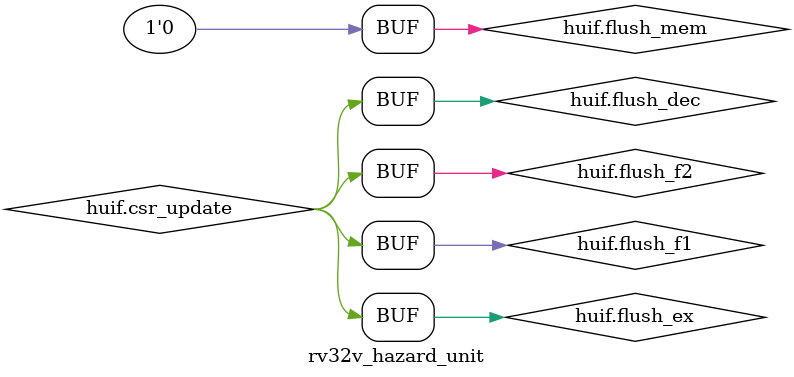
<source format=sv>
`include "rv32v_hazard_unit_if.vh"

module rv32v_hazard_unit (
  rv32v_hazard_unit_if.hazard_unit huif
);
  //import rv32v_types_pkg::*;

  // TODO: Add exception signal to flush

  // fetch1 stage
  assign huif.flush_f1 = huif.csr_update; // TODO: Edit this when integration
  assign huif.stall_f1 = huif.busy_mem | huif.busy_ex | huif.busy_dec; // TODO: Edit this when integration

  // fetch2 stage
  assign huif.flush_f2 = huif.csr_update; // TODO: Edit this when integration
  assign huif.stall_f2 = huif.busy_mem | huif.busy_ex | huif.busy_dec; // TODO: Edit this when integration

  // decode stage
  assign huif.flush_dec = huif.csr_update;
  assign huif.stall_dec = huif.busy_mem | huif.busy_ex | huif.busy_dec;

  // execute stage
  assign huif.flush_ex = huif.csr_update;
  assign huif.stall_ex = huif.busy_mem | huif.busy_ex;

  // memory stage
  assign huif.flush_mem = 0;
  assign huif.stall_mem = huif.busy_mem;

endmodule

</source>
